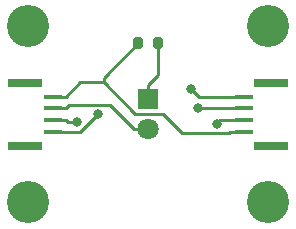
<source format=gbr>
%TF.GenerationSoftware,KiCad,Pcbnew,7.0.2-6a45011f42~172~ubuntu22.04.1*%
%TF.CreationDate,2023-09-06T17:39:40-07:00*%
%TF.ProjectId,basic_led,62617369-635f-46c6-9564-2e6b69636164,rev?*%
%TF.SameCoordinates,Original*%
%TF.FileFunction,Copper,L1,Top*%
%TF.FilePolarity,Positive*%
%FSLAX46Y46*%
G04 Gerber Fmt 4.6, Leading zero omitted, Abs format (unit mm)*
G04 Created by KiCad (PCBNEW 7.0.2-6a45011f42~172~ubuntu22.04.1) date 2023-09-06 17:39:40*
%MOMM*%
%LPD*%
G01*
G04 APERTURE LIST*
G04 Aperture macros list*
%AMRoundRect*
0 Rectangle with rounded corners*
0 $1 Rounding radius*
0 $2 $3 $4 $5 $6 $7 $8 $9 X,Y pos of 4 corners*
0 Add a 4 corners polygon primitive as box body*
4,1,4,$2,$3,$4,$5,$6,$7,$8,$9,$2,$3,0*
0 Add four circle primitives for the rounded corners*
1,1,$1+$1,$2,$3*
1,1,$1+$1,$4,$5*
1,1,$1+$1,$6,$7*
1,1,$1+$1,$8,$9*
0 Add four rect primitives between the rounded corners*
20,1,$1+$1,$2,$3,$4,$5,0*
20,1,$1+$1,$4,$5,$6,$7,0*
20,1,$1+$1,$6,$7,$8,$9,0*
20,1,$1+$1,$8,$9,$2,$3,0*%
G04 Aperture macros list end*
%TA.AperFunction,ComponentPad*%
%ADD10C,3.570000*%
%TD*%
%TA.AperFunction,ComponentPad*%
%ADD11R,1.800000X1.800000*%
%TD*%
%TA.AperFunction,ComponentPad*%
%ADD12C,1.800000*%
%TD*%
%TA.AperFunction,SMDPad,CuDef*%
%ADD13R,3.000000X0.800000*%
%TD*%
%TA.AperFunction,SMDPad,CuDef*%
%ADD14R,1.600000X0.400000*%
%TD*%
%TA.AperFunction,SMDPad,CuDef*%
%ADD15RoundRect,0.200000X0.200000X0.275000X-0.200000X0.275000X-0.200000X-0.275000X0.200000X-0.275000X0*%
%TD*%
%TA.AperFunction,ViaPad*%
%ADD16C,0.800000*%
%TD*%
%TA.AperFunction,Conductor*%
%ADD17C,0.250000*%
%TD*%
G04 APERTURE END LIST*
D10*
%TO.P,M1,~*%
%TO.N,N/C*%
X52540000Y-52540000D03*
%TD*%
%TO.P,M2,~*%
%TO.N,N/C*%
X72860000Y-52540000D03*
%TD*%
%TO.P,M3,~*%
%TO.N,N/C*%
X72860000Y-67460000D03*
%TD*%
%TO.P,M4,~*%
%TO.N,N/C*%
X52540000Y-67460000D03*
%TD*%
D11*
%TO.P,D1,1,K*%
%TO.N,Net-(D1-K)*%
X62700000Y-58730000D03*
D12*
%TO.P,D1,2,A*%
%TO.N,/3V3*%
X62700000Y-61270000D03*
%TD*%
D13*
%TO.P,J1,*%
%TO.N,*%
X52300000Y-62650000D03*
X52300000Y-57350000D03*
D14*
%TO.P,J1,1,Pin_1*%
%TO.N,GND*%
X54625000Y-58500000D03*
%TO.P,J1,2,Pin_2*%
%TO.N,/3V3*%
X54625000Y-59500000D03*
%TO.P,J1,3,Pin_3*%
%TO.N,/SDA*%
X54625000Y-60500000D03*
%TO.P,J1,4,Pin_4*%
%TO.N,/SCL*%
X54625000Y-61500000D03*
%TD*%
D13*
%TO.P,J2,*%
%TO.N,*%
X73100000Y-57350000D03*
X73100000Y-62650000D03*
D14*
%TO.P,J2,1,Pin_1*%
%TO.N,GND*%
X70775000Y-61500000D03*
%TO.P,J2,2,Pin_2*%
%TO.N,/3V3*%
X70775000Y-60500000D03*
%TO.P,J2,3,Pin_3*%
%TO.N,/SDA*%
X70775000Y-59500000D03*
%TO.P,J2,4,Pin_4*%
%TO.N,/SCL*%
X70775000Y-58500000D03*
%TD*%
D15*
%TO.P,R1,1*%
%TO.N,Net-(D1-K)*%
X63525000Y-54000000D03*
%TO.P,R1,2*%
%TO.N,GND*%
X61875000Y-54000000D03*
%TD*%
D16*
%TO.N,/3V3*%
X68492000Y-60802800D03*
%TO.N,/SCL*%
X66357400Y-57866600D03*
X58493600Y-59962000D03*
%TO.N,/SDA*%
X56708200Y-60687400D03*
X66954100Y-59500000D03*
%TD*%
D17*
%TO.N,GND*%
X61875000Y-54000000D02*
X58970900Y-56904100D01*
X70775000Y-61500000D02*
X69649900Y-61500000D01*
X65545500Y-61568300D02*
X69581600Y-61568300D01*
X54625000Y-58500000D02*
X55750100Y-58500000D01*
X56947700Y-57302400D02*
X55750100Y-58500000D01*
X58970900Y-56904100D02*
X58970900Y-57302400D01*
X69581600Y-61568300D02*
X69649900Y-61500000D01*
X63932400Y-59955200D02*
X65545500Y-61568300D01*
X58970900Y-57302400D02*
X61623700Y-59955200D01*
X61623700Y-59955200D02*
X63932400Y-59955200D01*
X58970900Y-57302400D02*
X56947700Y-57302400D01*
%TO.N,/3V3*%
X61477100Y-61270000D02*
X59432200Y-59225100D01*
X68794800Y-60500000D02*
X68492000Y-60802800D01*
X59432200Y-59225100D02*
X56025000Y-59225100D01*
X70775000Y-60500000D02*
X68794800Y-60500000D01*
X62700000Y-61270000D02*
X61477100Y-61270000D01*
X56025000Y-59225100D02*
X55750100Y-59500000D01*
X54625000Y-59500000D02*
X55750100Y-59500000D01*
%TO.N,/SCL*%
X66990800Y-58500000D02*
X66357400Y-57866600D01*
X58493600Y-59962000D02*
X56955600Y-61500000D01*
X70775000Y-58500000D02*
X66990800Y-58500000D01*
X56955600Y-61500000D02*
X54625000Y-61500000D01*
%TO.N,/SDA*%
X54625000Y-60500000D02*
X55750100Y-60500000D01*
X55750100Y-60500000D02*
X55937500Y-60687400D01*
X55937500Y-60687400D02*
X56708200Y-60687400D01*
X70775000Y-59500000D02*
X66954100Y-59500000D01*
%TO.N,Net-(D1-K)*%
X62700000Y-58730000D02*
X62700000Y-57504900D01*
X63525000Y-54000000D02*
X63525000Y-56679900D01*
X63525000Y-56679900D02*
X62700000Y-57504900D01*
%TD*%
M02*

</source>
